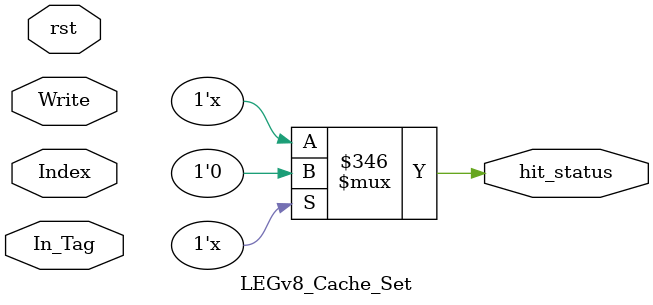
<source format=v>
`timescale 1ns / 1ps

module LEGv8_Cache_Set(
    input        rst,
    input [4:0]  Index,
    input [56:0] In_Tag,
    input        Write,

    output reg hit_status
    );

    // Internal variables
    reg valid;
    reg [56:0] tag;

    // Cache Memory; 16 lines of 58 bits
    // (Block contents excluded for simulation)
    reg [57:0] C_Mem[0:15];

    always @(*)
        begin
            valid = C_Mem[Index][57];
            tag = C_Mem[Index][56:0];
            case(valid)
            1'bx:
                hit_status <= 1'b0;
            1'b0:
                hit_status <= 1'b0;
            1'b1:
                begin
                    if (tag == In_Tag)
                        hit_status <= 1'b1;
                    else
                        hit_status <= 1'b0;
                end
            endcase

            if (Write === 1'b1)
                begin
                    C_Mem[Index][57] = 1'b1;
                    C_Mem[Index][56:0] = In_Tag;
                end
        end

endmodule

</source>
